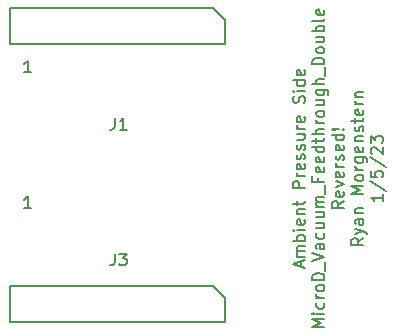
<source format=gbr>
%TF.GenerationSoftware,KiCad,Pcbnew,(5.1.10)-1*%
%TF.CreationDate,2023-01-05T11:00:30-07:00*%
%TF.ProjectId,Double_MicroD_25_Gateway,446f7562-6c65-45f4-9d69-63726f445f32,rev?*%
%TF.SameCoordinates,Original*%
%TF.FileFunction,Legend,Top*%
%TF.FilePolarity,Positive*%
%FSLAX46Y46*%
G04 Gerber Fmt 4.6, Leading zero omitted, Abs format (unit mm)*
G04 Created by KiCad (PCBNEW (5.1.10)-1) date 2023-01-05 11:00:30*
%MOMM*%
%LPD*%
G01*
G04 APERTURE LIST*
%ADD10C,0.150000*%
G04 APERTURE END LIST*
D10*
X15566666Y-8657142D02*
X15566666Y-8180952D01*
X15852380Y-8752380D02*
X14852380Y-8419047D01*
X15852380Y-8085714D01*
X15852380Y-7752380D02*
X15185714Y-7752380D01*
X15280952Y-7752380D02*
X15233333Y-7704761D01*
X15185714Y-7609523D01*
X15185714Y-7466666D01*
X15233333Y-7371428D01*
X15328571Y-7323809D01*
X15852380Y-7323809D01*
X15328571Y-7323809D02*
X15233333Y-7276190D01*
X15185714Y-7180952D01*
X15185714Y-7038095D01*
X15233333Y-6942857D01*
X15328571Y-6895238D01*
X15852380Y-6895238D01*
X15852380Y-6419047D02*
X14852380Y-6419047D01*
X15233333Y-6419047D02*
X15185714Y-6323809D01*
X15185714Y-6133333D01*
X15233333Y-6038095D01*
X15280952Y-5990476D01*
X15376190Y-5942857D01*
X15661904Y-5942857D01*
X15757142Y-5990476D01*
X15804761Y-6038095D01*
X15852380Y-6133333D01*
X15852380Y-6323809D01*
X15804761Y-6419047D01*
X15852380Y-5514285D02*
X15185714Y-5514285D01*
X14852380Y-5514285D02*
X14900000Y-5561904D01*
X14947619Y-5514285D01*
X14900000Y-5466666D01*
X14852380Y-5514285D01*
X14947619Y-5514285D01*
X15804761Y-4657142D02*
X15852380Y-4752380D01*
X15852380Y-4942857D01*
X15804761Y-5038095D01*
X15709523Y-5085714D01*
X15328571Y-5085714D01*
X15233333Y-5038095D01*
X15185714Y-4942857D01*
X15185714Y-4752380D01*
X15233333Y-4657142D01*
X15328571Y-4609523D01*
X15423809Y-4609523D01*
X15519047Y-5085714D01*
X15185714Y-4180952D02*
X15852380Y-4180952D01*
X15280952Y-4180952D02*
X15233333Y-4133333D01*
X15185714Y-4038095D01*
X15185714Y-3895238D01*
X15233333Y-3800000D01*
X15328571Y-3752380D01*
X15852380Y-3752380D01*
X15185714Y-3419047D02*
X15185714Y-3038095D01*
X14852380Y-3276190D02*
X15709523Y-3276190D01*
X15804761Y-3228571D01*
X15852380Y-3133333D01*
X15852380Y-3038095D01*
X15852380Y-1942857D02*
X14852380Y-1942857D01*
X14852380Y-1561904D01*
X14900000Y-1466666D01*
X14947619Y-1419047D01*
X15042857Y-1371428D01*
X15185714Y-1371428D01*
X15280952Y-1419047D01*
X15328571Y-1466666D01*
X15376190Y-1561904D01*
X15376190Y-1942857D01*
X15852380Y-942857D02*
X15185714Y-942857D01*
X15376190Y-942857D02*
X15280952Y-895238D01*
X15233333Y-847619D01*
X15185714Y-752380D01*
X15185714Y-657142D01*
X15804761Y57142D02*
X15852380Y-38095D01*
X15852380Y-228571D01*
X15804761Y-323809D01*
X15709523Y-371428D01*
X15328571Y-371428D01*
X15233333Y-323809D01*
X15185714Y-228571D01*
X15185714Y-38095D01*
X15233333Y57142D01*
X15328571Y104761D01*
X15423809Y104761D01*
X15519047Y-371428D01*
X15804761Y485714D02*
X15852380Y580952D01*
X15852380Y771428D01*
X15804761Y866666D01*
X15709523Y914285D01*
X15661904Y914285D01*
X15566666Y866666D01*
X15519047Y771428D01*
X15519047Y628571D01*
X15471428Y533333D01*
X15376190Y485714D01*
X15328571Y485714D01*
X15233333Y533333D01*
X15185714Y628571D01*
X15185714Y771428D01*
X15233333Y866666D01*
X15804761Y1295238D02*
X15852380Y1390476D01*
X15852380Y1580952D01*
X15804761Y1676190D01*
X15709523Y1723809D01*
X15661904Y1723809D01*
X15566666Y1676190D01*
X15519047Y1580952D01*
X15519047Y1438095D01*
X15471428Y1342857D01*
X15376190Y1295238D01*
X15328571Y1295238D01*
X15233333Y1342857D01*
X15185714Y1438095D01*
X15185714Y1580952D01*
X15233333Y1676190D01*
X15185714Y2580952D02*
X15852380Y2580952D01*
X15185714Y2152380D02*
X15709523Y2152380D01*
X15804761Y2200000D01*
X15852380Y2295238D01*
X15852380Y2438095D01*
X15804761Y2533333D01*
X15757142Y2580952D01*
X15852380Y3057142D02*
X15185714Y3057142D01*
X15376190Y3057142D02*
X15280952Y3104761D01*
X15233333Y3152380D01*
X15185714Y3247619D01*
X15185714Y3342857D01*
X15804761Y4057142D02*
X15852380Y3961904D01*
X15852380Y3771428D01*
X15804761Y3676190D01*
X15709523Y3628571D01*
X15328571Y3628571D01*
X15233333Y3676190D01*
X15185714Y3771428D01*
X15185714Y3961904D01*
X15233333Y4057142D01*
X15328571Y4104761D01*
X15423809Y4104761D01*
X15519047Y3628571D01*
X15804761Y5247619D02*
X15852380Y5390476D01*
X15852380Y5628571D01*
X15804761Y5723809D01*
X15757142Y5771428D01*
X15661904Y5819047D01*
X15566666Y5819047D01*
X15471428Y5771428D01*
X15423809Y5723809D01*
X15376190Y5628571D01*
X15328571Y5438095D01*
X15280952Y5342857D01*
X15233333Y5295238D01*
X15138095Y5247619D01*
X15042857Y5247619D01*
X14947619Y5295238D01*
X14900000Y5342857D01*
X14852380Y5438095D01*
X14852380Y5676190D01*
X14900000Y5819047D01*
X15852380Y6247619D02*
X15185714Y6247619D01*
X14852380Y6247619D02*
X14900000Y6200000D01*
X14947619Y6247619D01*
X14900000Y6295238D01*
X14852380Y6247619D01*
X14947619Y6247619D01*
X15852380Y7152380D02*
X14852380Y7152380D01*
X15804761Y7152380D02*
X15852380Y7057142D01*
X15852380Y6866666D01*
X15804761Y6771428D01*
X15757142Y6723809D01*
X15661904Y6676190D01*
X15376190Y6676190D01*
X15280952Y6723809D01*
X15233333Y6771428D01*
X15185714Y6866666D01*
X15185714Y7057142D01*
X15233333Y7152380D01*
X15804761Y8009523D02*
X15852380Y7914285D01*
X15852380Y7723809D01*
X15804761Y7628571D01*
X15709523Y7580952D01*
X15328571Y7580952D01*
X15233333Y7628571D01*
X15185714Y7723809D01*
X15185714Y7914285D01*
X15233333Y8009523D01*
X15328571Y8057142D01*
X15423809Y8057142D01*
X15519047Y7580952D01*
X17502380Y-13728571D02*
X16502380Y-13728571D01*
X17216666Y-13395238D01*
X16502380Y-13061904D01*
X17502380Y-13061904D01*
X17502380Y-12585714D02*
X16835714Y-12585714D01*
X16502380Y-12585714D02*
X16550000Y-12633333D01*
X16597619Y-12585714D01*
X16550000Y-12538095D01*
X16502380Y-12585714D01*
X16597619Y-12585714D01*
X17454761Y-11680952D02*
X17502380Y-11776190D01*
X17502380Y-11966666D01*
X17454761Y-12061904D01*
X17407142Y-12109523D01*
X17311904Y-12157142D01*
X17026190Y-12157142D01*
X16930952Y-12109523D01*
X16883333Y-12061904D01*
X16835714Y-11966666D01*
X16835714Y-11776190D01*
X16883333Y-11680952D01*
X17502380Y-11252380D02*
X16835714Y-11252380D01*
X17026190Y-11252380D02*
X16930952Y-11204761D01*
X16883333Y-11157142D01*
X16835714Y-11061904D01*
X16835714Y-10966666D01*
X17502380Y-10490476D02*
X17454761Y-10585714D01*
X17407142Y-10633333D01*
X17311904Y-10680952D01*
X17026190Y-10680952D01*
X16930952Y-10633333D01*
X16883333Y-10585714D01*
X16835714Y-10490476D01*
X16835714Y-10347619D01*
X16883333Y-10252380D01*
X16930952Y-10204761D01*
X17026190Y-10157142D01*
X17311904Y-10157142D01*
X17407142Y-10204761D01*
X17454761Y-10252380D01*
X17502380Y-10347619D01*
X17502380Y-10490476D01*
X17502380Y-9728571D02*
X16502380Y-9728571D01*
X16502380Y-9490476D01*
X16550000Y-9347619D01*
X16645238Y-9252380D01*
X16740476Y-9204761D01*
X16930952Y-9157142D01*
X17073809Y-9157142D01*
X17264285Y-9204761D01*
X17359523Y-9252380D01*
X17454761Y-9347619D01*
X17502380Y-9490476D01*
X17502380Y-9728571D01*
X17597619Y-8966666D02*
X17597619Y-8204761D01*
X16502380Y-8109523D02*
X17502380Y-7776190D01*
X16502380Y-7442857D01*
X17502380Y-6680952D02*
X16978571Y-6680952D01*
X16883333Y-6728571D01*
X16835714Y-6823809D01*
X16835714Y-7014285D01*
X16883333Y-7109523D01*
X17454761Y-6680952D02*
X17502380Y-6776190D01*
X17502380Y-7014285D01*
X17454761Y-7109523D01*
X17359523Y-7157142D01*
X17264285Y-7157142D01*
X17169047Y-7109523D01*
X17121428Y-7014285D01*
X17121428Y-6776190D01*
X17073809Y-6680952D01*
X17454761Y-5776190D02*
X17502380Y-5871428D01*
X17502380Y-6061904D01*
X17454761Y-6157142D01*
X17407142Y-6204761D01*
X17311904Y-6252380D01*
X17026190Y-6252380D01*
X16930952Y-6204761D01*
X16883333Y-6157142D01*
X16835714Y-6061904D01*
X16835714Y-5871428D01*
X16883333Y-5776190D01*
X16835714Y-4919047D02*
X17502380Y-4919047D01*
X16835714Y-5347619D02*
X17359523Y-5347619D01*
X17454761Y-5300000D01*
X17502380Y-5204761D01*
X17502380Y-5061904D01*
X17454761Y-4966666D01*
X17407142Y-4919047D01*
X16835714Y-4014285D02*
X17502380Y-4014285D01*
X16835714Y-4442857D02*
X17359523Y-4442857D01*
X17454761Y-4395238D01*
X17502380Y-4300000D01*
X17502380Y-4157142D01*
X17454761Y-4061904D01*
X17407142Y-4014285D01*
X17502380Y-3538095D02*
X16835714Y-3538095D01*
X16930952Y-3538095D02*
X16883333Y-3490476D01*
X16835714Y-3395238D01*
X16835714Y-3252380D01*
X16883333Y-3157142D01*
X16978571Y-3109523D01*
X17502380Y-3109523D01*
X16978571Y-3109523D02*
X16883333Y-3061904D01*
X16835714Y-2966666D01*
X16835714Y-2823809D01*
X16883333Y-2728571D01*
X16978571Y-2680952D01*
X17502380Y-2680952D01*
X17597619Y-2442857D02*
X17597619Y-1680952D01*
X16978571Y-1109523D02*
X16978571Y-1442857D01*
X17502380Y-1442857D02*
X16502380Y-1442857D01*
X16502380Y-966666D01*
X17454761Y-204761D02*
X17502380Y-300000D01*
X17502380Y-490476D01*
X17454761Y-585714D01*
X17359523Y-633333D01*
X16978571Y-633333D01*
X16883333Y-585714D01*
X16835714Y-490476D01*
X16835714Y-300000D01*
X16883333Y-204761D01*
X16978571Y-157142D01*
X17073809Y-157142D01*
X17169047Y-633333D01*
X17454761Y652380D02*
X17502380Y557142D01*
X17502380Y366666D01*
X17454761Y271428D01*
X17359523Y223809D01*
X16978571Y223809D01*
X16883333Y271428D01*
X16835714Y366666D01*
X16835714Y557142D01*
X16883333Y652380D01*
X16978571Y699999D01*
X17073809Y699999D01*
X17169047Y223809D01*
X17502380Y1557142D02*
X16502380Y1557142D01*
X17454761Y1557142D02*
X17502380Y1461904D01*
X17502380Y1271428D01*
X17454761Y1176190D01*
X17407142Y1128571D01*
X17311904Y1080952D01*
X17026190Y1080952D01*
X16930952Y1128571D01*
X16883333Y1176190D01*
X16835714Y1271428D01*
X16835714Y1461904D01*
X16883333Y1557142D01*
X16835714Y1890476D02*
X16835714Y2271428D01*
X16502380Y2033333D02*
X17359523Y2033333D01*
X17454761Y2080952D01*
X17502380Y2176190D01*
X17502380Y2271428D01*
X17502380Y2604761D02*
X16502380Y2604761D01*
X17502380Y3033333D02*
X16978571Y3033333D01*
X16883333Y2985714D01*
X16835714Y2890476D01*
X16835714Y2747619D01*
X16883333Y2652380D01*
X16930952Y2604761D01*
X17502380Y3509523D02*
X16835714Y3509523D01*
X17026190Y3509523D02*
X16930952Y3557142D01*
X16883333Y3604761D01*
X16835714Y3699999D01*
X16835714Y3795238D01*
X17502380Y4271428D02*
X17454761Y4176190D01*
X17407142Y4128571D01*
X17311904Y4080952D01*
X17026190Y4080952D01*
X16930952Y4128571D01*
X16883333Y4176190D01*
X16835714Y4271428D01*
X16835714Y4414285D01*
X16883333Y4509523D01*
X16930952Y4557142D01*
X17026190Y4604761D01*
X17311904Y4604761D01*
X17407142Y4557142D01*
X17454761Y4509523D01*
X17502380Y4414285D01*
X17502380Y4271428D01*
X16835714Y5461904D02*
X17502380Y5461904D01*
X16835714Y5033333D02*
X17359523Y5033333D01*
X17454761Y5080952D01*
X17502380Y5176190D01*
X17502380Y5319047D01*
X17454761Y5414285D01*
X17407142Y5461904D01*
X16835714Y6366666D02*
X17645238Y6366666D01*
X17740476Y6319047D01*
X17788095Y6271428D01*
X17835714Y6176190D01*
X17835714Y6033333D01*
X17788095Y5938095D01*
X17454761Y6366666D02*
X17502380Y6271428D01*
X17502380Y6080952D01*
X17454761Y5985714D01*
X17407142Y5938095D01*
X17311904Y5890476D01*
X17026190Y5890476D01*
X16930952Y5938095D01*
X16883333Y5985714D01*
X16835714Y6080952D01*
X16835714Y6271428D01*
X16883333Y6366666D01*
X17502380Y6842857D02*
X16502380Y6842857D01*
X17502380Y7271428D02*
X16978571Y7271428D01*
X16883333Y7223809D01*
X16835714Y7128571D01*
X16835714Y6985714D01*
X16883333Y6890476D01*
X16930952Y6842857D01*
X17597619Y7509523D02*
X17597619Y8271428D01*
X17502380Y8509523D02*
X16502380Y8509523D01*
X16502380Y8747619D01*
X16550000Y8890476D01*
X16645238Y8985714D01*
X16740476Y9033333D01*
X16930952Y9080952D01*
X17073809Y9080952D01*
X17264285Y9033333D01*
X17359523Y8985714D01*
X17454761Y8890476D01*
X17502380Y8747619D01*
X17502380Y8509523D01*
X17502380Y9652380D02*
X17454761Y9557142D01*
X17407142Y9509523D01*
X17311904Y9461904D01*
X17026190Y9461904D01*
X16930952Y9509523D01*
X16883333Y9557142D01*
X16835714Y9652380D01*
X16835714Y9795238D01*
X16883333Y9890476D01*
X16930952Y9938095D01*
X17026190Y9985714D01*
X17311904Y9985714D01*
X17407142Y9938095D01*
X17454761Y9890476D01*
X17502380Y9795238D01*
X17502380Y9652380D01*
X16835714Y10842857D02*
X17502380Y10842857D01*
X16835714Y10414285D02*
X17359523Y10414285D01*
X17454761Y10461904D01*
X17502380Y10557142D01*
X17502380Y10699999D01*
X17454761Y10795238D01*
X17407142Y10842857D01*
X17502380Y11319047D02*
X16502380Y11319047D01*
X16883333Y11319047D02*
X16835714Y11414285D01*
X16835714Y11604761D01*
X16883333Y11699999D01*
X16930952Y11747619D01*
X17026190Y11795238D01*
X17311904Y11795238D01*
X17407142Y11747619D01*
X17454761Y11699999D01*
X17502380Y11604761D01*
X17502380Y11414285D01*
X17454761Y11319047D01*
X17502380Y12366666D02*
X17454761Y12271428D01*
X17359523Y12223809D01*
X16502380Y12223809D01*
X17454761Y13128571D02*
X17502380Y13033333D01*
X17502380Y12842857D01*
X17454761Y12747619D01*
X17359523Y12699999D01*
X16978571Y12699999D01*
X16883333Y12747619D01*
X16835714Y12842857D01*
X16835714Y13033333D01*
X16883333Y13128571D01*
X16978571Y13176190D01*
X17073809Y13176190D01*
X17169047Y12699999D01*
X19152380Y-3061904D02*
X18676190Y-3395238D01*
X19152380Y-3633333D02*
X18152380Y-3633333D01*
X18152380Y-3252380D01*
X18200000Y-3157142D01*
X18247619Y-3109523D01*
X18342857Y-3061904D01*
X18485714Y-3061904D01*
X18580952Y-3109523D01*
X18628571Y-3157142D01*
X18676190Y-3252380D01*
X18676190Y-3633333D01*
X19104761Y-2252380D02*
X19152380Y-2347619D01*
X19152380Y-2538095D01*
X19104761Y-2633333D01*
X19009523Y-2680952D01*
X18628571Y-2680952D01*
X18533333Y-2633333D01*
X18485714Y-2538095D01*
X18485714Y-2347619D01*
X18533333Y-2252380D01*
X18628571Y-2204761D01*
X18723809Y-2204761D01*
X18819047Y-2680952D01*
X18485714Y-1871428D02*
X19152380Y-1633333D01*
X18485714Y-1395238D01*
X19104761Y-633333D02*
X19152380Y-728571D01*
X19152380Y-919047D01*
X19104761Y-1014285D01*
X19009523Y-1061904D01*
X18628571Y-1061904D01*
X18533333Y-1014285D01*
X18485714Y-919047D01*
X18485714Y-728571D01*
X18533333Y-633333D01*
X18628571Y-585714D01*
X18723809Y-585714D01*
X18819047Y-1061904D01*
X19152380Y-157142D02*
X18485714Y-157142D01*
X18676190Y-157142D02*
X18580952Y-109523D01*
X18533333Y-61904D01*
X18485714Y33333D01*
X18485714Y128571D01*
X19104761Y414285D02*
X19152380Y509523D01*
X19152380Y700000D01*
X19104761Y795238D01*
X19009523Y842857D01*
X18961904Y842857D01*
X18866666Y795238D01*
X18819047Y700000D01*
X18819047Y557142D01*
X18771428Y461904D01*
X18676190Y414285D01*
X18628571Y414285D01*
X18533333Y461904D01*
X18485714Y557142D01*
X18485714Y700000D01*
X18533333Y795238D01*
X19104761Y1652380D02*
X19152380Y1557142D01*
X19152380Y1366666D01*
X19104761Y1271428D01*
X19009523Y1223809D01*
X18628571Y1223809D01*
X18533333Y1271428D01*
X18485714Y1366666D01*
X18485714Y1557142D01*
X18533333Y1652380D01*
X18628571Y1700000D01*
X18723809Y1700000D01*
X18819047Y1223809D01*
X19152380Y2557142D02*
X18152380Y2557142D01*
X19104761Y2557142D02*
X19152380Y2461904D01*
X19152380Y2271428D01*
X19104761Y2176190D01*
X19057142Y2128571D01*
X18961904Y2080952D01*
X18676190Y2080952D01*
X18580952Y2128571D01*
X18533333Y2176190D01*
X18485714Y2271428D01*
X18485714Y2461904D01*
X18533333Y2557142D01*
X19057142Y3033333D02*
X19104761Y3080952D01*
X19152380Y3033333D01*
X19104761Y2985714D01*
X19057142Y3033333D01*
X19152380Y3033333D01*
X18771428Y3033333D02*
X18200000Y2985714D01*
X18152380Y3033333D01*
X18200000Y3080952D01*
X18771428Y3033333D01*
X18152380Y3033333D01*
X20802380Y-6204761D02*
X20326190Y-6538095D01*
X20802380Y-6776190D02*
X19802380Y-6776190D01*
X19802380Y-6395238D01*
X19850000Y-6300000D01*
X19897619Y-6252380D01*
X19992857Y-6204761D01*
X20135714Y-6204761D01*
X20230952Y-6252380D01*
X20278571Y-6300000D01*
X20326190Y-6395238D01*
X20326190Y-6776190D01*
X20135714Y-5871428D02*
X20802380Y-5633333D01*
X20135714Y-5395238D02*
X20802380Y-5633333D01*
X21040476Y-5728571D01*
X21088095Y-5776190D01*
X21135714Y-5871428D01*
X20802380Y-4585714D02*
X20278571Y-4585714D01*
X20183333Y-4633333D01*
X20135714Y-4728571D01*
X20135714Y-4919047D01*
X20183333Y-5014285D01*
X20754761Y-4585714D02*
X20802380Y-4680952D01*
X20802380Y-4919047D01*
X20754761Y-5014285D01*
X20659523Y-5061904D01*
X20564285Y-5061904D01*
X20469047Y-5014285D01*
X20421428Y-4919047D01*
X20421428Y-4680952D01*
X20373809Y-4585714D01*
X20135714Y-4109523D02*
X20802380Y-4109523D01*
X20230952Y-4109523D02*
X20183333Y-4061904D01*
X20135714Y-3966666D01*
X20135714Y-3823809D01*
X20183333Y-3728571D01*
X20278571Y-3680952D01*
X20802380Y-3680952D01*
X20802380Y-2442857D02*
X19802380Y-2442857D01*
X20516666Y-2109523D01*
X19802380Y-1776190D01*
X20802380Y-1776190D01*
X20802380Y-1157142D02*
X20754761Y-1252380D01*
X20707142Y-1300000D01*
X20611904Y-1347619D01*
X20326190Y-1347619D01*
X20230952Y-1300000D01*
X20183333Y-1252380D01*
X20135714Y-1157142D01*
X20135714Y-1014285D01*
X20183333Y-919047D01*
X20230952Y-871428D01*
X20326190Y-823809D01*
X20611904Y-823809D01*
X20707142Y-871428D01*
X20754761Y-919047D01*
X20802380Y-1014285D01*
X20802380Y-1157142D01*
X20802380Y-395238D02*
X20135714Y-395238D01*
X20326190Y-395238D02*
X20230952Y-347619D01*
X20183333Y-300000D01*
X20135714Y-204761D01*
X20135714Y-109523D01*
X20135714Y652380D02*
X20945238Y652380D01*
X21040476Y604761D01*
X21088095Y557142D01*
X21135714Y461904D01*
X21135714Y319047D01*
X21088095Y223809D01*
X20754761Y652380D02*
X20802380Y557142D01*
X20802380Y366666D01*
X20754761Y271428D01*
X20707142Y223809D01*
X20611904Y176190D01*
X20326190Y176190D01*
X20230952Y223809D01*
X20183333Y271428D01*
X20135714Y366666D01*
X20135714Y557142D01*
X20183333Y652380D01*
X20754761Y1509523D02*
X20802380Y1414285D01*
X20802380Y1223809D01*
X20754761Y1128571D01*
X20659523Y1080952D01*
X20278571Y1080952D01*
X20183333Y1128571D01*
X20135714Y1223809D01*
X20135714Y1414285D01*
X20183333Y1509523D01*
X20278571Y1557142D01*
X20373809Y1557142D01*
X20469047Y1080952D01*
X20135714Y1985714D02*
X20802380Y1985714D01*
X20230952Y1985714D02*
X20183333Y2033333D01*
X20135714Y2128571D01*
X20135714Y2271428D01*
X20183333Y2366666D01*
X20278571Y2414285D01*
X20802380Y2414285D01*
X20754761Y2842857D02*
X20802380Y2938095D01*
X20802380Y3128571D01*
X20754761Y3223809D01*
X20659523Y3271428D01*
X20611904Y3271428D01*
X20516666Y3223809D01*
X20469047Y3128571D01*
X20469047Y2985714D01*
X20421428Y2890476D01*
X20326190Y2842857D01*
X20278571Y2842857D01*
X20183333Y2890476D01*
X20135714Y2985714D01*
X20135714Y3128571D01*
X20183333Y3223809D01*
X20135714Y3557142D02*
X20135714Y3938095D01*
X19802380Y3700000D02*
X20659523Y3700000D01*
X20754761Y3747619D01*
X20802380Y3842857D01*
X20802380Y3938095D01*
X20754761Y4652380D02*
X20802380Y4557142D01*
X20802380Y4366666D01*
X20754761Y4271428D01*
X20659523Y4223809D01*
X20278571Y4223809D01*
X20183333Y4271428D01*
X20135714Y4366666D01*
X20135714Y4557142D01*
X20183333Y4652380D01*
X20278571Y4699999D01*
X20373809Y4699999D01*
X20469047Y4223809D01*
X20802380Y5128571D02*
X20135714Y5128571D01*
X20326190Y5128571D02*
X20230952Y5176190D01*
X20183333Y5223809D01*
X20135714Y5319047D01*
X20135714Y5414285D01*
X20135714Y5747619D02*
X20802380Y5747619D01*
X20230952Y5747619D02*
X20183333Y5795238D01*
X20135714Y5890476D01*
X20135714Y6033333D01*
X20183333Y6128571D01*
X20278571Y6176190D01*
X20802380Y6176190D01*
X22452380Y-2490476D02*
X22452380Y-3061904D01*
X22452380Y-2776190D02*
X21452380Y-2776190D01*
X21595238Y-2871428D01*
X21690476Y-2966666D01*
X21738095Y-3061904D01*
X21404761Y-1347619D02*
X22690476Y-2204761D01*
X21452380Y-538095D02*
X21452380Y-1014285D01*
X21928571Y-1061904D01*
X21880952Y-1014285D01*
X21833333Y-919047D01*
X21833333Y-680952D01*
X21880952Y-585714D01*
X21928571Y-538095D01*
X22023809Y-490476D01*
X22261904Y-490476D01*
X22357142Y-538095D01*
X22404761Y-585714D01*
X22452380Y-680952D01*
X22452380Y-919047D01*
X22404761Y-1014285D01*
X22357142Y-1061904D01*
X21404761Y652380D02*
X22690476Y-204761D01*
X21547619Y938095D02*
X21500000Y985714D01*
X21452380Y1080952D01*
X21452380Y1319047D01*
X21500000Y1414285D01*
X21547619Y1461904D01*
X21642857Y1509523D01*
X21738095Y1509523D01*
X21880952Y1461904D01*
X22452380Y890476D01*
X22452380Y1509523D01*
X21452380Y1842857D02*
X21452380Y2461904D01*
X21833333Y2128571D01*
X21833333Y2271428D01*
X21880952Y2366666D01*
X21928571Y2414285D01*
X22023809Y2461904D01*
X22261904Y2461904D01*
X22357142Y2414285D01*
X22404761Y2366666D01*
X22452380Y2271428D01*
X22452380Y1985714D01*
X22404761Y1890476D01*
X22357142Y1842857D01*
%TO.C,J4*%
X8080000Y-10236000D02*
X9080000Y-11236000D01*
X9080000Y-11236000D02*
X9080000Y-13256000D01*
X9080000Y-13256000D02*
X-9080000Y-13256000D01*
X-9080000Y-13256000D02*
X-9080000Y-10236000D01*
X-9080000Y-10236000D02*
X8080000Y-10236000D01*
%TO.C,J2*%
X8080000Y13256000D02*
X9080000Y12256000D01*
X9080000Y12256000D02*
X9080000Y10236000D01*
X9080000Y10236000D02*
X-9080000Y10236000D01*
X-9080000Y10236000D02*
X-9080000Y13256000D01*
X-9080000Y13256000D02*
X8080000Y13256000D01*
%TO.C,J3*%
X-233333Y-7498380D02*
X-233333Y-8212666D01*
X-280952Y-8355523D01*
X-376190Y-8450761D01*
X-519047Y-8498380D01*
X-614285Y-8498380D01*
X147619Y-7498380D02*
X766666Y-7498380D01*
X433333Y-7879333D01*
X576190Y-7879333D01*
X671428Y-7926952D01*
X719047Y-7974571D01*
X766666Y-8069809D01*
X766666Y-8307904D01*
X719047Y-8403142D01*
X671428Y-8450761D01*
X576190Y-8498380D01*
X290476Y-8498380D01*
X195238Y-8450761D01*
X147619Y-8403142D01*
X-7334285Y-3658380D02*
X-7905714Y-3658380D01*
X-7620000Y-3658380D02*
X-7620000Y-2658380D01*
X-7715238Y-2801238D01*
X-7810476Y-2896476D01*
X-7905714Y-2944095D01*
%TO.C,J1*%
X-233333Y3993619D02*
X-233333Y3279333D01*
X-280952Y3136476D01*
X-376190Y3041238D01*
X-519047Y2993619D01*
X-614285Y2993619D01*
X766666Y2993619D02*
X195238Y2993619D01*
X480952Y2993619D02*
X480952Y3993619D01*
X385714Y3850761D01*
X290476Y3755523D01*
X195238Y3707904D01*
X-7334285Y7833619D02*
X-7905714Y7833619D01*
X-7620000Y7833619D02*
X-7620000Y8833619D01*
X-7715238Y8690761D01*
X-7810476Y8595523D01*
X-7905714Y8547904D01*
%TD*%
M02*

</source>
